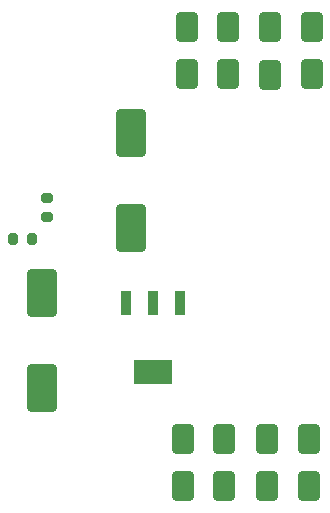
<source format=gbr>
%TF.GenerationSoftware,KiCad,Pcbnew,7.0.7*%
%TF.CreationDate,2024-07-20T22:06:26+09:00*%
%TF.ProjectId,l298n_copy,6c323938-6e5f-4636-9f70-792e6b696361,rev?*%
%TF.SameCoordinates,Original*%
%TF.FileFunction,Paste,Top*%
%TF.FilePolarity,Positive*%
%FSLAX46Y46*%
G04 Gerber Fmt 4.6, Leading zero omitted, Abs format (unit mm)*
G04 Created by KiCad (PCBNEW 7.0.7) date 2024-07-20 22:06:26*
%MOMM*%
%LPD*%
G01*
G04 APERTURE LIST*
G04 Aperture macros list*
%AMRoundRect*
0 Rectangle with rounded corners*
0 $1 Rounding radius*
0 $2 $3 $4 $5 $6 $7 $8 $9 X,Y pos of 4 corners*
0 Add a 4 corners polygon primitive as box body*
4,1,4,$2,$3,$4,$5,$6,$7,$8,$9,$2,$3,0*
0 Add four circle primitives for the rounded corners*
1,1,$1+$1,$2,$3*
1,1,$1+$1,$4,$5*
1,1,$1+$1,$6,$7*
1,1,$1+$1,$8,$9*
0 Add four rect primitives between the rounded corners*
20,1,$1+$1,$2,$3,$4,$5,0*
20,1,$1+$1,$4,$5,$6,$7,0*
20,1,$1+$1,$6,$7,$8,$9,0*
20,1,$1+$1,$8,$9,$2,$3,0*%
G04 Aperture macros list end*
%ADD10RoundRect,0.250000X-0.650000X1.000000X-0.650000X-1.000000X0.650000X-1.000000X0.650000X1.000000X0*%
%ADD11RoundRect,0.250000X-1.000000X1.750000X-1.000000X-1.750000X1.000000X-1.750000X1.000000X1.750000X0*%
%ADD12RoundRect,0.200000X-0.200000X-0.275000X0.200000X-0.275000X0.200000X0.275000X-0.200000X0.275000X0*%
%ADD13RoundRect,0.200000X0.275000X-0.200000X0.275000X0.200000X-0.275000X0.200000X-0.275000X-0.200000X0*%
%ADD14R,0.950000X2.150000*%
%ADD15R,3.250000X2.150000*%
G04 APERTURE END LIST*
D10*
%TO.C,D4*%
X105120000Y-72510000D03*
X105120000Y-76510000D03*
%TD*%
%TO.C,D2*%
X98060000Y-72530000D03*
X98060000Y-76530000D03*
%TD*%
D11*
%TO.C,C2*%
X89860000Y-81537500D03*
X89860000Y-89537500D03*
%TD*%
D10*
%TO.C,D1*%
X101580000Y-72550000D03*
X101580000Y-76550000D03*
%TD*%
D12*
%TO.C,D9*%
X79795000Y-90480000D03*
X81445000Y-90480000D03*
%TD*%
D13*
%TO.C,R1*%
X82700000Y-88645000D03*
X82700000Y-86995000D03*
%TD*%
D10*
%TO.C,D3*%
X94520000Y-72520000D03*
X94520000Y-76520000D03*
%TD*%
%TO.C,D7*%
X97720000Y-107390000D03*
X97720000Y-111390000D03*
%TD*%
D11*
%TO.C,C1*%
X82260000Y-95067500D03*
X82260000Y-103067500D03*
%TD*%
D14*
%TO.C,U2*%
X93975000Y-95900000D03*
X91675000Y-95900000D03*
X89375000Y-95900000D03*
D15*
X91675000Y-101700000D03*
%TD*%
D10*
%TO.C,D6*%
X94200000Y-107382500D03*
X94200000Y-111382500D03*
%TD*%
%TO.C,D5*%
X104850000Y-107380000D03*
X104850000Y-111380000D03*
%TD*%
%TO.C,D8*%
X101300000Y-107382500D03*
X101300000Y-111382500D03*
%TD*%
M02*

</source>
